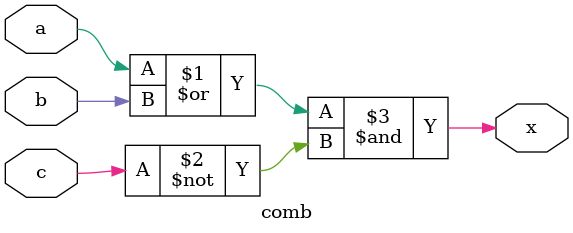
<source format=sv>
`default_nettype none

/***************************************************
 * Comb
 ***************************************************/

module comb
  (
   input wire a,
   input wire b,
   input wire c,
   output wire x
   );

  assign x = (a | b) & ~c;

endmodule

</source>
